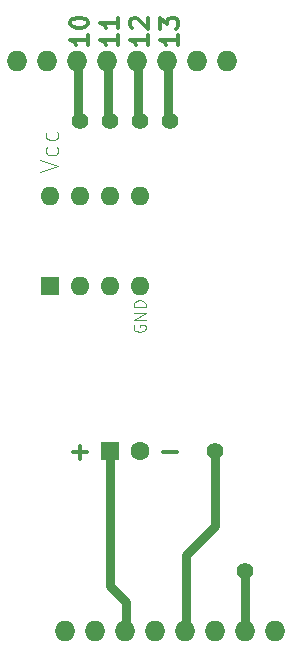
<source format=gbr>
G04 #@! TF.GenerationSoftware,KiCad,Pcbnew,(5.0.2)-1*
G04 #@! TF.CreationDate,2019-04-23T00:54:52-04:00*
G04 #@! TF.ProjectId,ATTINY_Bootloader,41545449-4e59-45f4-926f-6f746c6f6164,rev?*
G04 #@! TF.SameCoordinates,Original*
G04 #@! TF.FileFunction,Copper,L1,Top*
G04 #@! TF.FilePolarity,Positive*
%FSLAX46Y46*%
G04 Gerber Fmt 4.6, Leading zero omitted, Abs format (unit mm)*
G04 Created by KiCad (PCBNEW (5.0.2)-1) date 4/23/2019 12:54:52 AM*
%MOMM*%
%LPD*%
G01*
G04 APERTURE LIST*
G04 #@! TA.AperFunction,NonConductor*
%ADD10C,0.300000*%
G04 #@! TD*
G04 #@! TA.AperFunction,NonConductor*
%ADD11C,0.100000*%
G04 #@! TD*
G04 #@! TA.AperFunction,ComponentPad*
%ADD12O,1.727200X1.727200*%
G04 #@! TD*
G04 #@! TA.AperFunction,ComponentPad*
%ADD13C,1.600000*%
G04 #@! TD*
G04 #@! TA.AperFunction,ComponentPad*
%ADD14R,1.600000X1.600000*%
G04 #@! TD*
G04 #@! TA.AperFunction,ComponentPad*
%ADD15O,1.600000X1.600000*%
G04 #@! TD*
G04 #@! TA.AperFunction,ViaPad*
%ADD16C,1.400000*%
G04 #@! TD*
G04 #@! TA.AperFunction,Conductor*
%ADD17C,0.800000*%
G04 #@! TD*
G04 APERTURE END LIST*
D10*
X165778571Y-77755714D02*
X165778571Y-78612857D01*
X165778571Y-78184285D02*
X164278571Y-78184285D01*
X164492857Y-78327142D01*
X164635714Y-78470000D01*
X164707142Y-78612857D01*
X164278571Y-77255714D02*
X164278571Y-76327142D01*
X164850000Y-76827142D01*
X164850000Y-76612857D01*
X164921428Y-76470000D01*
X164992857Y-76398571D01*
X165135714Y-76327142D01*
X165492857Y-76327142D01*
X165635714Y-76398571D01*
X165707142Y-76470000D01*
X165778571Y-76612857D01*
X165778571Y-77041428D01*
X165707142Y-77184285D01*
X165635714Y-77255714D01*
X163238571Y-77755714D02*
X163238571Y-78612857D01*
X163238571Y-78184285D02*
X161738571Y-78184285D01*
X161952857Y-78327142D01*
X162095714Y-78470000D01*
X162167142Y-78612857D01*
X161881428Y-77184285D02*
X161810000Y-77112857D01*
X161738571Y-76970000D01*
X161738571Y-76612857D01*
X161810000Y-76470000D01*
X161881428Y-76398571D01*
X162024285Y-76327142D01*
X162167142Y-76327142D01*
X162381428Y-76398571D01*
X163238571Y-77255714D01*
X163238571Y-76327142D01*
X160698571Y-77755714D02*
X160698571Y-78612857D01*
X160698571Y-78184285D02*
X159198571Y-78184285D01*
X159412857Y-78327142D01*
X159555714Y-78470000D01*
X159627142Y-78612857D01*
X160698571Y-76327142D02*
X160698571Y-77184285D01*
X160698571Y-76755714D02*
X159198571Y-76755714D01*
X159412857Y-76898571D01*
X159555714Y-77041428D01*
X159627142Y-77184285D01*
X158158571Y-77755714D02*
X158158571Y-78612857D01*
X158158571Y-78184285D02*
X156658571Y-78184285D01*
X156872857Y-78327142D01*
X157015714Y-78470000D01*
X157087142Y-78612857D01*
X156658571Y-76827142D02*
X156658571Y-76684285D01*
X156730000Y-76541428D01*
X156801428Y-76470000D01*
X156944285Y-76398571D01*
X157230000Y-76327142D01*
X157587142Y-76327142D01*
X157872857Y-76398571D01*
X158015714Y-76470000D01*
X158087142Y-76541428D01*
X158158571Y-76684285D01*
X158158571Y-76827142D01*
X158087142Y-76970000D01*
X158015714Y-77041428D01*
X157872857Y-77112857D01*
X157587142Y-77184285D01*
X157230000Y-77184285D01*
X156944285Y-77112857D01*
X156801428Y-77041428D01*
X156730000Y-76970000D01*
X156658571Y-76827142D01*
D11*
X162060000Y-102361904D02*
X162012380Y-102457142D01*
X162012380Y-102600000D01*
X162060000Y-102742857D01*
X162155238Y-102838095D01*
X162250476Y-102885714D01*
X162440952Y-102933333D01*
X162583809Y-102933333D01*
X162774285Y-102885714D01*
X162869523Y-102838095D01*
X162964761Y-102742857D01*
X163012380Y-102600000D01*
X163012380Y-102504761D01*
X162964761Y-102361904D01*
X162917142Y-102314285D01*
X162583809Y-102314285D01*
X162583809Y-102504761D01*
X163012380Y-101885714D02*
X162012380Y-101885714D01*
X163012380Y-101314285D01*
X162012380Y-101314285D01*
X163012380Y-100838095D02*
X162012380Y-100838095D01*
X162012380Y-100600000D01*
X162060000Y-100457142D01*
X162155238Y-100361904D01*
X162250476Y-100314285D01*
X162440952Y-100266666D01*
X162583809Y-100266666D01*
X162774285Y-100314285D01*
X162869523Y-100361904D01*
X162964761Y-100457142D01*
X163012380Y-100600000D01*
X163012380Y-100838095D01*
X154118571Y-89415714D02*
X155618571Y-88915714D01*
X154118571Y-88415714D01*
X155547142Y-87272857D02*
X155618571Y-87415714D01*
X155618571Y-87701428D01*
X155547142Y-87844285D01*
X155475714Y-87915714D01*
X155332857Y-87987142D01*
X154904285Y-87987142D01*
X154761428Y-87915714D01*
X154690000Y-87844285D01*
X154618571Y-87701428D01*
X154618571Y-87415714D01*
X154690000Y-87272857D01*
X155547142Y-85987142D02*
X155618571Y-86130000D01*
X155618571Y-86415714D01*
X155547142Y-86558571D01*
X155475714Y-86630000D01*
X155332857Y-86701428D01*
X154904285Y-86701428D01*
X154761428Y-86630000D01*
X154690000Y-86558571D01*
X154618571Y-86415714D01*
X154618571Y-86130000D01*
X154690000Y-85987142D01*
D10*
X164528571Y-113137142D02*
X165671428Y-113137142D01*
X156908571Y-113137142D02*
X158051428Y-113137142D01*
X157480000Y-113708571D02*
X157480000Y-112565714D01*
D12*
G04 #@! TO.P,XA1,*
G04 #@! TO.N,*
X156210000Y-128270000D03*
G04 #@! TO.P,XA1,D11*
G04 #@! TO.N,PIN11_PIN5*
X162306000Y-80010000D03*
G04 #@! TO.P,XA1,D12*
G04 #@! TO.N,PIN12_PIN6*
X159766000Y-80010000D03*
G04 #@! TO.P,XA1,D13*
G04 #@! TO.N,PIN13_PIN7*
X157226000Y-80010000D03*
G04 #@! TO.P,XA1,AREF*
G04 #@! TO.N,Net-(XA1-PadAREF)*
X152146000Y-80010000D03*
G04 #@! TO.P,XA1,D10*
G04 #@! TO.N,PIN10_PIN1*
X164846000Y-80010000D03*
G04 #@! TO.P,XA1,D9*
G04 #@! TO.N,Net-(XA1-PadD9)*
X167386000Y-80010000D03*
G04 #@! TO.P,XA1,D8*
G04 #@! TO.N,Net-(XA1-PadD8)*
X169926000Y-80010000D03*
G04 #@! TO.P,XA1,GND1*
G04 #@! TO.N,Net-(XA1-PadGND1)*
X154686000Y-80010000D03*
G04 #@! TO.P,XA1,IORF*
G04 #@! TO.N,Net-(XA1-PadIORF)*
X158750000Y-128270000D03*
G04 #@! TO.P,XA1,RST1*
G04 #@! TO.N,Net-(C1-Pad1)*
X161290000Y-128270000D03*
G04 #@! TO.P,XA1,3V3*
G04 #@! TO.N,Net-(XA1-Pad3V3)*
X163830000Y-128270000D03*
G04 #@! TO.P,XA1,5V1*
G04 #@! TO.N,+5V*
X166370000Y-128270000D03*
G04 #@! TO.P,XA1,GND2*
G04 #@! TO.N,Net-(XA1-PadGND2)*
X168910000Y-128270000D03*
G04 #@! TO.P,XA1,GND3*
G04 #@! TO.N,GND*
X171450000Y-128270000D03*
G04 #@! TO.P,XA1,VIN*
G04 #@! TO.N,Net-(XA1-PadVIN)*
X173990000Y-128270000D03*
G04 #@! TD*
D13*
G04 #@! TO.P,C1,2*
G04 #@! TO.N,GND*
X162520000Y-113030000D03*
D14*
G04 #@! TO.P,C1,1*
G04 #@! TO.N,Net-(C1-Pad1)*
X160020000Y-113030000D03*
G04 #@! TD*
D15*
G04 #@! TO.P,U1,8*
G04 #@! TO.N,+5V*
X154940000Y-91440000D03*
G04 #@! TO.P,U1,4*
G04 #@! TO.N,GND*
X162560000Y-99060000D03*
G04 #@! TO.P,U1,7*
G04 #@! TO.N,PIN13_PIN7*
X157480000Y-91440000D03*
G04 #@! TO.P,U1,3*
G04 #@! TO.N,Net-(U1-Pad3)*
X160020000Y-99060000D03*
G04 #@! TO.P,U1,6*
G04 #@! TO.N,PIN12_PIN6*
X160020000Y-91440000D03*
G04 #@! TO.P,U1,2*
G04 #@! TO.N,Net-(U1-Pad2)*
X157480000Y-99060000D03*
G04 #@! TO.P,U1,5*
G04 #@! TO.N,PIN11_PIN5*
X162560000Y-91440000D03*
D14*
G04 #@! TO.P,U1,1*
G04 #@! TO.N,PIN10_PIN1*
X154940000Y-99060000D03*
G04 #@! TD*
D16*
G04 #@! TO.N,GND*
X171450000Y-123190000D03*
G04 #@! TO.N,+5V*
X168910000Y-113030000D03*
G04 #@! TO.N,PIN13_PIN7*
X157480000Y-85090000D03*
G04 #@! TO.N,PIN12_PIN6*
X160020000Y-85090000D03*
G04 #@! TO.N,PIN11_PIN5*
X162560000Y-85090000D03*
G04 #@! TO.N,PIN10_PIN1*
X165100000Y-85090000D03*
G04 #@! TD*
D17*
G04 #@! TO.N,GND*
X171450000Y-128270000D02*
X171450000Y-123190000D01*
G04 #@! TO.N,Net-(C1-Pad1)*
X161365001Y-128345001D02*
X161365001Y-125805001D01*
X160020000Y-124460000D02*
X160020000Y-113030000D01*
X161365001Y-125805001D02*
X160020000Y-124460000D01*
G04 #@! TO.N,+5V*
X166445001Y-128345001D02*
X166445001Y-121844999D01*
X166445001Y-121844999D02*
X168910000Y-119380000D01*
X168910000Y-119380000D02*
X168910000Y-113030000D01*
G04 #@! TO.N,PIN13_PIN7*
X157301001Y-80085001D02*
X157301001Y-84911001D01*
X157301001Y-84911001D02*
X157480000Y-85090000D01*
G04 #@! TO.N,PIN12_PIN6*
X159841001Y-80085001D02*
X159841001Y-84911001D01*
X159841001Y-84911001D02*
X160020000Y-85090000D01*
G04 #@! TO.N,PIN11_PIN5*
X162381001Y-80085001D02*
X162381001Y-84911001D01*
X162381001Y-84911001D02*
X162560000Y-85090000D01*
G04 #@! TO.N,PIN10_PIN1*
X164921001Y-80085001D02*
X164921001Y-84911001D01*
X164921001Y-84911001D02*
X165100000Y-85090000D01*
G04 #@! TD*
M02*

</source>
